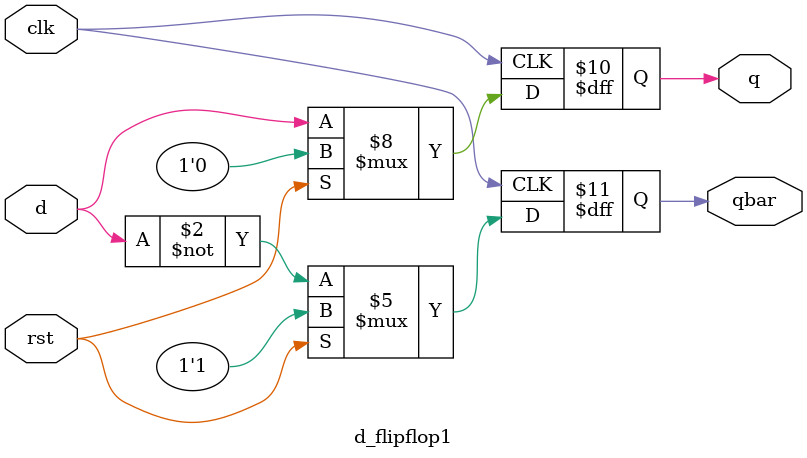
<source format=v>
`timescale 1ns / 1ps


module right_shift_register(
    input clk,rst,
    input din,
    output q
    );
    wire q0,q1,q2;
    d_flipflop1 a1(din,clk,rst,q0);
    d_flipflop1 a2(q0,clk,rst,q1);
    d_flipflop1 a3(q1,clk,rst,q2);
    d_flipflop1 a4(q2,clk,rst,q);
endmodule
module d_flipflop1(
input d,clk,rst,
output reg q,qbar);
initial q=0;
always@(posedge clk)
begin
if(rst)
begin
q=0;
qbar=1;
end
else
begin
q=d;
qbar=~q; 
end
end
endmodule
</source>
